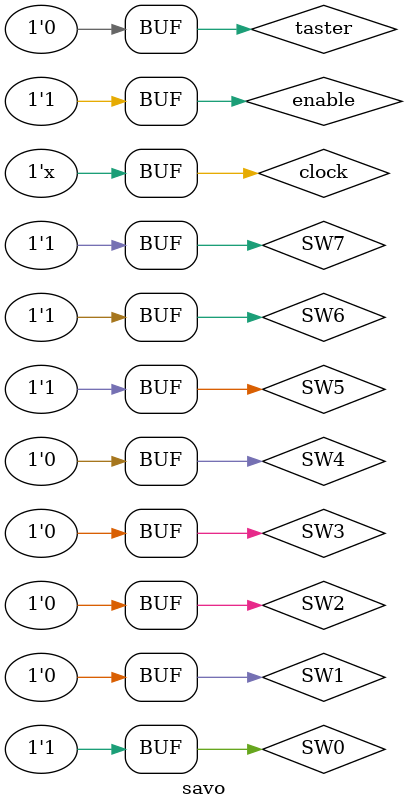
<source format=v>
`timescale 1ns / 1ps


module savo;

	// Inputs
	reg taster;
	reg clock;
	reg SW0;
	reg SW1;
	reg SW2;
	reg SW3;
	reg SW4;
	reg SW5;
	reg SW6;
	reg SW7;
	reg enable;

	// Outputs
	wire [3:0] rezult;
	wire AN0;
	wire AN1;
	wire AN2;
	wire a;
	wire b;
	wire c;
	wire d;
	wire e;
	wire fp;
	wire g;
	wire dp;

	// Instantiate the Unit Under Test (UUT)
	CPU uut (
		.taster(taster), 
		.clock(clock), 
		.SW0(SW0), 
		.SW1(SW1), 
		.SW2(SW2), 
		.SW3(SW3), 
		.SW4(SW4), 
		.SW5(SW5), 
		.SW6(SW6), 
		.SW7(SW7), 
		.enable(enable), 
		.rezult(rezult), 
		.AN0(AN0), 
		.AN1(AN1), 
		.AN2(AN2), 
		.a(a), 
		.b(b), 
		.c(c), 
		.d(d), 
		.e(e), 
		.fp(fp), 
		.g(g), 
		.dp(dp)
	);

	initial begin
		// Initialize Inputs
		taster = 0;
		clock = 0;
		SW0 = 1;
		SW1 = 0;
		SW2 = 0;
		SW3 = 0;
		SW4 = 0;
		SW5 = 1;
		SW6 = 1;
		SW7 = 1;
		enable = 0;

		// Wait 100 ns for global reset to finish
		#1000;
		
		clock = 0;
		SW0 = 1;
		SW1 = 0;
		SW2 = 0;
		SW3 = 0;
		SW4 = 0;
		SW5 = 1;
		SW6 = 1;
		SW7 = 1;
		enable = 1;
		
        
		// Add stimulus here

	end
	always @(*)
	begin
	#40;
	clock <= ~clock;
	end
      
endmodule


</source>
